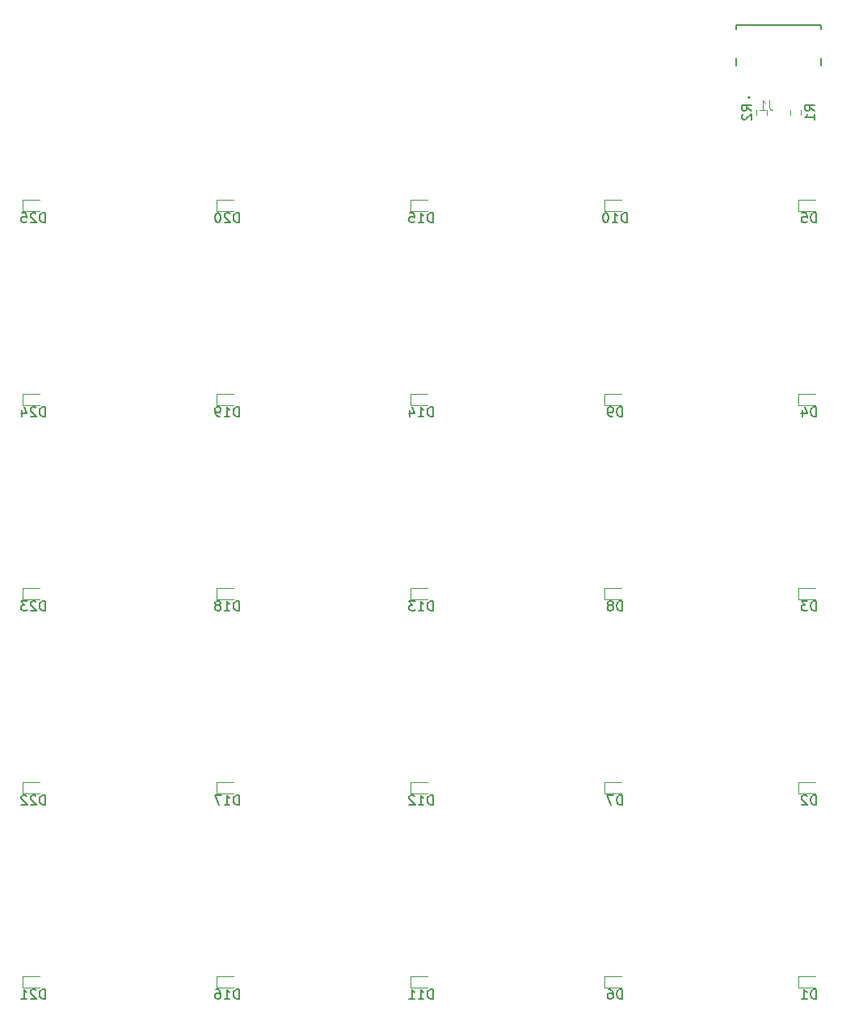
<source format=gbr>
%TF.GenerationSoftware,KiCad,Pcbnew,(5.1.8)-1*%
%TF.CreationDate,2020-12-04T18:20:35-08:00*%
%TF.ProjectId,DeskTopVolKnob_Keypad,4465736b-546f-4705-966f-6c4b6e6f625f,rev?*%
%TF.SameCoordinates,Original*%
%TF.FileFunction,Legend,Bot*%
%TF.FilePolarity,Positive*%
%FSLAX46Y46*%
G04 Gerber Fmt 4.6, Leading zero omitted, Abs format (unit mm)*
G04 Created by KiCad (PCBNEW (5.1.8)-1) date 2020-12-04 18:20:35*
%MOMM*%
%LPD*%
G01*
G04 APERTURE LIST*
%ADD10C,0.127000*%
%ADD11C,0.200000*%
%ADD12C,0.120000*%
%ADD13C,0.015000*%
%ADD14C,0.150000*%
G04 APERTURE END LIST*
D10*
%TO.C,J1*%
X139090000Y-31707000D02*
X139090000Y-30942000D01*
X139090000Y-27882000D02*
X139090000Y-27462000D01*
X139090000Y-27462000D02*
X130150000Y-27462000D01*
X130150000Y-27462000D02*
X130150000Y-27882000D01*
X130150000Y-31707000D02*
X130150000Y-30942000D01*
D11*
X131620000Y-35012000D02*
G75*
G03*
X131620000Y-35012000I-100000J0D01*
G01*
D12*
%TO.C,R2*%
X133364500Y-36813258D02*
X133364500Y-36338742D01*
X132319500Y-36813258D02*
X132319500Y-36338742D01*
%TO.C,R1*%
X136920500Y-36813258D02*
X136920500Y-36338742D01*
X135875500Y-36813258D02*
X135875500Y-36338742D01*
%TO.C,D25*%
X55365000Y-46955000D02*
X55365000Y-45755000D01*
X57215000Y-46955000D02*
X55365000Y-46955000D01*
X57215000Y-45755000D02*
X55365000Y-45755000D01*
%TO.C,D24*%
X55365000Y-67275000D02*
X55365000Y-66075000D01*
X57215000Y-67275000D02*
X55365000Y-67275000D01*
X57215000Y-66075000D02*
X55365000Y-66075000D01*
%TO.C,D23*%
X55365000Y-87595000D02*
X55365000Y-86395000D01*
X57215000Y-87595000D02*
X55365000Y-87595000D01*
X57215000Y-86395000D02*
X55365000Y-86395000D01*
%TO.C,D22*%
X55365000Y-107915000D02*
X55365000Y-106715000D01*
X57215000Y-107915000D02*
X55365000Y-107915000D01*
X57215000Y-106715000D02*
X55365000Y-106715000D01*
%TO.C,D21*%
X55365000Y-128235000D02*
X55365000Y-127035000D01*
X57215000Y-128235000D02*
X55365000Y-128235000D01*
X57215000Y-127035000D02*
X55365000Y-127035000D01*
%TO.C,D20*%
X75685000Y-46955000D02*
X75685000Y-45755000D01*
X77535000Y-46955000D02*
X75685000Y-46955000D01*
X77535000Y-45755000D02*
X75685000Y-45755000D01*
%TO.C,D19*%
X75685000Y-67275000D02*
X75685000Y-66075000D01*
X77535000Y-67275000D02*
X75685000Y-67275000D01*
X77535000Y-66075000D02*
X75685000Y-66075000D01*
%TO.C,D18*%
X75685000Y-87595000D02*
X75685000Y-86395000D01*
X77535000Y-87595000D02*
X75685000Y-87595000D01*
X77535000Y-86395000D02*
X75685000Y-86395000D01*
%TO.C,D17*%
X75685000Y-107915000D02*
X75685000Y-106715000D01*
X77535000Y-107915000D02*
X75685000Y-107915000D01*
X77535000Y-106715000D02*
X75685000Y-106715000D01*
%TO.C,D16*%
X75685000Y-128235000D02*
X75685000Y-127035000D01*
X77535000Y-128235000D02*
X75685000Y-128235000D01*
X77535000Y-127035000D02*
X75685000Y-127035000D01*
%TO.C,D15*%
X96005000Y-46955000D02*
X96005000Y-45755000D01*
X97855000Y-46955000D02*
X96005000Y-46955000D01*
X97855000Y-45755000D02*
X96005000Y-45755000D01*
%TO.C,D14*%
X96005000Y-67275000D02*
X96005000Y-66075000D01*
X97855000Y-67275000D02*
X96005000Y-67275000D01*
X97855000Y-66075000D02*
X96005000Y-66075000D01*
%TO.C,D13*%
X96005000Y-87595000D02*
X96005000Y-86395000D01*
X97855000Y-87595000D02*
X96005000Y-87595000D01*
X97855000Y-86395000D02*
X96005000Y-86395000D01*
%TO.C,D12*%
X96005000Y-107915000D02*
X96005000Y-106715000D01*
X97855000Y-107915000D02*
X96005000Y-107915000D01*
X97855000Y-106715000D02*
X96005000Y-106715000D01*
%TO.C,D11*%
X96005000Y-128235000D02*
X96005000Y-127035000D01*
X97855000Y-128235000D02*
X96005000Y-128235000D01*
X97855000Y-127035000D02*
X96005000Y-127035000D01*
%TO.C,D10*%
X116325000Y-46955000D02*
X116325000Y-45755000D01*
X118175000Y-46955000D02*
X116325000Y-46955000D01*
X118175000Y-45755000D02*
X116325000Y-45755000D01*
%TO.C,D9*%
X116325000Y-67275000D02*
X116325000Y-66075000D01*
X118175000Y-67275000D02*
X116325000Y-67275000D01*
X118175000Y-66075000D02*
X116325000Y-66075000D01*
%TO.C,D8*%
X116325000Y-87595000D02*
X116325000Y-86395000D01*
X118175000Y-87595000D02*
X116325000Y-87595000D01*
X118175000Y-86395000D02*
X116325000Y-86395000D01*
%TO.C,D7*%
X116325000Y-107915000D02*
X116325000Y-106715000D01*
X118175000Y-107915000D02*
X116325000Y-107915000D01*
X118175000Y-106715000D02*
X116325000Y-106715000D01*
%TO.C,D6*%
X116325000Y-128235000D02*
X116325000Y-127035000D01*
X118175000Y-128235000D02*
X116325000Y-128235000D01*
X118175000Y-127035000D02*
X116325000Y-127035000D01*
%TO.C,D5*%
X136645000Y-46955000D02*
X136645000Y-45755000D01*
X138495000Y-46955000D02*
X136645000Y-46955000D01*
X138495000Y-45755000D02*
X136645000Y-45755000D01*
%TO.C,D4*%
X136645000Y-67275000D02*
X136645000Y-66075000D01*
X138495000Y-67275000D02*
X136645000Y-67275000D01*
X138495000Y-66075000D02*
X136645000Y-66075000D01*
%TO.C,D3*%
X136645000Y-87595000D02*
X136645000Y-86395000D01*
X138495000Y-87595000D02*
X136645000Y-87595000D01*
X138495000Y-86395000D02*
X136645000Y-86395000D01*
%TO.C,D2*%
X136645000Y-107915000D02*
X136645000Y-106715000D01*
X138495000Y-107915000D02*
X136645000Y-107915000D01*
X138495000Y-106715000D02*
X136645000Y-106715000D01*
%TO.C,D1*%
X136645000Y-128235000D02*
X136645000Y-127035000D01*
X138495000Y-128235000D02*
X136645000Y-128235000D01*
X138495000Y-127035000D02*
X136645000Y-127035000D01*
%TO.C,J1*%
D13*
X133628333Y-35349380D02*
X133628333Y-36063666D01*
X133675952Y-36206523D01*
X133771190Y-36301761D01*
X133914047Y-36349380D01*
X134009285Y-36349380D01*
X132628333Y-36349380D02*
X133199761Y-36349380D01*
X132914047Y-36349380D02*
X132914047Y-35349380D01*
X133009285Y-35492238D01*
X133104523Y-35587476D01*
X133199761Y-35635095D01*
%TO.C,R2*%
D14*
X131770380Y-36409333D02*
X131294190Y-36076000D01*
X131770380Y-35837904D02*
X130770380Y-35837904D01*
X130770380Y-36218857D01*
X130818000Y-36314095D01*
X130865619Y-36361714D01*
X130960857Y-36409333D01*
X131103714Y-36409333D01*
X131198952Y-36361714D01*
X131246571Y-36314095D01*
X131294190Y-36218857D01*
X131294190Y-35837904D01*
X130865619Y-36790285D02*
X130818000Y-36837904D01*
X130770380Y-36933142D01*
X130770380Y-37171238D01*
X130818000Y-37266476D01*
X130865619Y-37314095D01*
X130960857Y-37361714D01*
X131056095Y-37361714D01*
X131198952Y-37314095D01*
X131770380Y-36742666D01*
X131770380Y-37361714D01*
%TO.C,R1*%
X138374380Y-36409333D02*
X137898190Y-36076000D01*
X138374380Y-35837904D02*
X137374380Y-35837904D01*
X137374380Y-36218857D01*
X137422000Y-36314095D01*
X137469619Y-36361714D01*
X137564857Y-36409333D01*
X137707714Y-36409333D01*
X137802952Y-36361714D01*
X137850571Y-36314095D01*
X137898190Y-36218857D01*
X137898190Y-35837904D01*
X138374380Y-37361714D02*
X138374380Y-36790285D01*
X138374380Y-37076000D02*
X137374380Y-37076000D01*
X137517238Y-36980761D01*
X137612476Y-36885523D01*
X137660095Y-36790285D01*
%TO.C,D25*%
X57729285Y-48107380D02*
X57729285Y-47107380D01*
X57491190Y-47107380D01*
X57348333Y-47155000D01*
X57253095Y-47250238D01*
X57205476Y-47345476D01*
X57157857Y-47535952D01*
X57157857Y-47678809D01*
X57205476Y-47869285D01*
X57253095Y-47964523D01*
X57348333Y-48059761D01*
X57491190Y-48107380D01*
X57729285Y-48107380D01*
X56776904Y-47202619D02*
X56729285Y-47155000D01*
X56634047Y-47107380D01*
X56395952Y-47107380D01*
X56300714Y-47155000D01*
X56253095Y-47202619D01*
X56205476Y-47297857D01*
X56205476Y-47393095D01*
X56253095Y-47535952D01*
X56824523Y-48107380D01*
X56205476Y-48107380D01*
X55300714Y-47107380D02*
X55776904Y-47107380D01*
X55824523Y-47583571D01*
X55776904Y-47535952D01*
X55681666Y-47488333D01*
X55443571Y-47488333D01*
X55348333Y-47535952D01*
X55300714Y-47583571D01*
X55253095Y-47678809D01*
X55253095Y-47916904D01*
X55300714Y-48012142D01*
X55348333Y-48059761D01*
X55443571Y-48107380D01*
X55681666Y-48107380D01*
X55776904Y-48059761D01*
X55824523Y-48012142D01*
%TO.C,D24*%
X57729285Y-68427380D02*
X57729285Y-67427380D01*
X57491190Y-67427380D01*
X57348333Y-67475000D01*
X57253095Y-67570238D01*
X57205476Y-67665476D01*
X57157857Y-67855952D01*
X57157857Y-67998809D01*
X57205476Y-68189285D01*
X57253095Y-68284523D01*
X57348333Y-68379761D01*
X57491190Y-68427380D01*
X57729285Y-68427380D01*
X56776904Y-67522619D02*
X56729285Y-67475000D01*
X56634047Y-67427380D01*
X56395952Y-67427380D01*
X56300714Y-67475000D01*
X56253095Y-67522619D01*
X56205476Y-67617857D01*
X56205476Y-67713095D01*
X56253095Y-67855952D01*
X56824523Y-68427380D01*
X56205476Y-68427380D01*
X55348333Y-67760714D02*
X55348333Y-68427380D01*
X55586428Y-67379761D02*
X55824523Y-68094047D01*
X55205476Y-68094047D01*
%TO.C,D23*%
X57729285Y-88747380D02*
X57729285Y-87747380D01*
X57491190Y-87747380D01*
X57348333Y-87795000D01*
X57253095Y-87890238D01*
X57205476Y-87985476D01*
X57157857Y-88175952D01*
X57157857Y-88318809D01*
X57205476Y-88509285D01*
X57253095Y-88604523D01*
X57348333Y-88699761D01*
X57491190Y-88747380D01*
X57729285Y-88747380D01*
X56776904Y-87842619D02*
X56729285Y-87795000D01*
X56634047Y-87747380D01*
X56395952Y-87747380D01*
X56300714Y-87795000D01*
X56253095Y-87842619D01*
X56205476Y-87937857D01*
X56205476Y-88033095D01*
X56253095Y-88175952D01*
X56824523Y-88747380D01*
X56205476Y-88747380D01*
X55872142Y-87747380D02*
X55253095Y-87747380D01*
X55586428Y-88128333D01*
X55443571Y-88128333D01*
X55348333Y-88175952D01*
X55300714Y-88223571D01*
X55253095Y-88318809D01*
X55253095Y-88556904D01*
X55300714Y-88652142D01*
X55348333Y-88699761D01*
X55443571Y-88747380D01*
X55729285Y-88747380D01*
X55824523Y-88699761D01*
X55872142Y-88652142D01*
%TO.C,D22*%
X57729285Y-109067380D02*
X57729285Y-108067380D01*
X57491190Y-108067380D01*
X57348333Y-108115000D01*
X57253095Y-108210238D01*
X57205476Y-108305476D01*
X57157857Y-108495952D01*
X57157857Y-108638809D01*
X57205476Y-108829285D01*
X57253095Y-108924523D01*
X57348333Y-109019761D01*
X57491190Y-109067380D01*
X57729285Y-109067380D01*
X56776904Y-108162619D02*
X56729285Y-108115000D01*
X56634047Y-108067380D01*
X56395952Y-108067380D01*
X56300714Y-108115000D01*
X56253095Y-108162619D01*
X56205476Y-108257857D01*
X56205476Y-108353095D01*
X56253095Y-108495952D01*
X56824523Y-109067380D01*
X56205476Y-109067380D01*
X55824523Y-108162619D02*
X55776904Y-108115000D01*
X55681666Y-108067380D01*
X55443571Y-108067380D01*
X55348333Y-108115000D01*
X55300714Y-108162619D01*
X55253095Y-108257857D01*
X55253095Y-108353095D01*
X55300714Y-108495952D01*
X55872142Y-109067380D01*
X55253095Y-109067380D01*
%TO.C,D21*%
X57729285Y-129387380D02*
X57729285Y-128387380D01*
X57491190Y-128387380D01*
X57348333Y-128435000D01*
X57253095Y-128530238D01*
X57205476Y-128625476D01*
X57157857Y-128815952D01*
X57157857Y-128958809D01*
X57205476Y-129149285D01*
X57253095Y-129244523D01*
X57348333Y-129339761D01*
X57491190Y-129387380D01*
X57729285Y-129387380D01*
X56776904Y-128482619D02*
X56729285Y-128435000D01*
X56634047Y-128387380D01*
X56395952Y-128387380D01*
X56300714Y-128435000D01*
X56253095Y-128482619D01*
X56205476Y-128577857D01*
X56205476Y-128673095D01*
X56253095Y-128815952D01*
X56824523Y-129387380D01*
X56205476Y-129387380D01*
X55253095Y-129387380D02*
X55824523Y-129387380D01*
X55538809Y-129387380D02*
X55538809Y-128387380D01*
X55634047Y-128530238D01*
X55729285Y-128625476D01*
X55824523Y-128673095D01*
%TO.C,D20*%
X78049285Y-48107380D02*
X78049285Y-47107380D01*
X77811190Y-47107380D01*
X77668333Y-47155000D01*
X77573095Y-47250238D01*
X77525476Y-47345476D01*
X77477857Y-47535952D01*
X77477857Y-47678809D01*
X77525476Y-47869285D01*
X77573095Y-47964523D01*
X77668333Y-48059761D01*
X77811190Y-48107380D01*
X78049285Y-48107380D01*
X77096904Y-47202619D02*
X77049285Y-47155000D01*
X76954047Y-47107380D01*
X76715952Y-47107380D01*
X76620714Y-47155000D01*
X76573095Y-47202619D01*
X76525476Y-47297857D01*
X76525476Y-47393095D01*
X76573095Y-47535952D01*
X77144523Y-48107380D01*
X76525476Y-48107380D01*
X75906428Y-47107380D02*
X75811190Y-47107380D01*
X75715952Y-47155000D01*
X75668333Y-47202619D01*
X75620714Y-47297857D01*
X75573095Y-47488333D01*
X75573095Y-47726428D01*
X75620714Y-47916904D01*
X75668333Y-48012142D01*
X75715952Y-48059761D01*
X75811190Y-48107380D01*
X75906428Y-48107380D01*
X76001666Y-48059761D01*
X76049285Y-48012142D01*
X76096904Y-47916904D01*
X76144523Y-47726428D01*
X76144523Y-47488333D01*
X76096904Y-47297857D01*
X76049285Y-47202619D01*
X76001666Y-47155000D01*
X75906428Y-47107380D01*
%TO.C,D19*%
X78049285Y-68427380D02*
X78049285Y-67427380D01*
X77811190Y-67427380D01*
X77668333Y-67475000D01*
X77573095Y-67570238D01*
X77525476Y-67665476D01*
X77477857Y-67855952D01*
X77477857Y-67998809D01*
X77525476Y-68189285D01*
X77573095Y-68284523D01*
X77668333Y-68379761D01*
X77811190Y-68427380D01*
X78049285Y-68427380D01*
X76525476Y-68427380D02*
X77096904Y-68427380D01*
X76811190Y-68427380D02*
X76811190Y-67427380D01*
X76906428Y-67570238D01*
X77001666Y-67665476D01*
X77096904Y-67713095D01*
X76049285Y-68427380D02*
X75858809Y-68427380D01*
X75763571Y-68379761D01*
X75715952Y-68332142D01*
X75620714Y-68189285D01*
X75573095Y-67998809D01*
X75573095Y-67617857D01*
X75620714Y-67522619D01*
X75668333Y-67475000D01*
X75763571Y-67427380D01*
X75954047Y-67427380D01*
X76049285Y-67475000D01*
X76096904Y-67522619D01*
X76144523Y-67617857D01*
X76144523Y-67855952D01*
X76096904Y-67951190D01*
X76049285Y-67998809D01*
X75954047Y-68046428D01*
X75763571Y-68046428D01*
X75668333Y-67998809D01*
X75620714Y-67951190D01*
X75573095Y-67855952D01*
%TO.C,D18*%
X78049285Y-88747380D02*
X78049285Y-87747380D01*
X77811190Y-87747380D01*
X77668333Y-87795000D01*
X77573095Y-87890238D01*
X77525476Y-87985476D01*
X77477857Y-88175952D01*
X77477857Y-88318809D01*
X77525476Y-88509285D01*
X77573095Y-88604523D01*
X77668333Y-88699761D01*
X77811190Y-88747380D01*
X78049285Y-88747380D01*
X76525476Y-88747380D02*
X77096904Y-88747380D01*
X76811190Y-88747380D02*
X76811190Y-87747380D01*
X76906428Y-87890238D01*
X77001666Y-87985476D01*
X77096904Y-88033095D01*
X75954047Y-88175952D02*
X76049285Y-88128333D01*
X76096904Y-88080714D01*
X76144523Y-87985476D01*
X76144523Y-87937857D01*
X76096904Y-87842619D01*
X76049285Y-87795000D01*
X75954047Y-87747380D01*
X75763571Y-87747380D01*
X75668333Y-87795000D01*
X75620714Y-87842619D01*
X75573095Y-87937857D01*
X75573095Y-87985476D01*
X75620714Y-88080714D01*
X75668333Y-88128333D01*
X75763571Y-88175952D01*
X75954047Y-88175952D01*
X76049285Y-88223571D01*
X76096904Y-88271190D01*
X76144523Y-88366428D01*
X76144523Y-88556904D01*
X76096904Y-88652142D01*
X76049285Y-88699761D01*
X75954047Y-88747380D01*
X75763571Y-88747380D01*
X75668333Y-88699761D01*
X75620714Y-88652142D01*
X75573095Y-88556904D01*
X75573095Y-88366428D01*
X75620714Y-88271190D01*
X75668333Y-88223571D01*
X75763571Y-88175952D01*
%TO.C,D17*%
X78049285Y-109067380D02*
X78049285Y-108067380D01*
X77811190Y-108067380D01*
X77668333Y-108115000D01*
X77573095Y-108210238D01*
X77525476Y-108305476D01*
X77477857Y-108495952D01*
X77477857Y-108638809D01*
X77525476Y-108829285D01*
X77573095Y-108924523D01*
X77668333Y-109019761D01*
X77811190Y-109067380D01*
X78049285Y-109067380D01*
X76525476Y-109067380D02*
X77096904Y-109067380D01*
X76811190Y-109067380D02*
X76811190Y-108067380D01*
X76906428Y-108210238D01*
X77001666Y-108305476D01*
X77096904Y-108353095D01*
X76192142Y-108067380D02*
X75525476Y-108067380D01*
X75954047Y-109067380D01*
%TO.C,D16*%
X78049285Y-129387380D02*
X78049285Y-128387380D01*
X77811190Y-128387380D01*
X77668333Y-128435000D01*
X77573095Y-128530238D01*
X77525476Y-128625476D01*
X77477857Y-128815952D01*
X77477857Y-128958809D01*
X77525476Y-129149285D01*
X77573095Y-129244523D01*
X77668333Y-129339761D01*
X77811190Y-129387380D01*
X78049285Y-129387380D01*
X76525476Y-129387380D02*
X77096904Y-129387380D01*
X76811190Y-129387380D02*
X76811190Y-128387380D01*
X76906428Y-128530238D01*
X77001666Y-128625476D01*
X77096904Y-128673095D01*
X75668333Y-128387380D02*
X75858809Y-128387380D01*
X75954047Y-128435000D01*
X76001666Y-128482619D01*
X76096904Y-128625476D01*
X76144523Y-128815952D01*
X76144523Y-129196904D01*
X76096904Y-129292142D01*
X76049285Y-129339761D01*
X75954047Y-129387380D01*
X75763571Y-129387380D01*
X75668333Y-129339761D01*
X75620714Y-129292142D01*
X75573095Y-129196904D01*
X75573095Y-128958809D01*
X75620714Y-128863571D01*
X75668333Y-128815952D01*
X75763571Y-128768333D01*
X75954047Y-128768333D01*
X76049285Y-128815952D01*
X76096904Y-128863571D01*
X76144523Y-128958809D01*
%TO.C,D15*%
X98369285Y-48107380D02*
X98369285Y-47107380D01*
X98131190Y-47107380D01*
X97988333Y-47155000D01*
X97893095Y-47250238D01*
X97845476Y-47345476D01*
X97797857Y-47535952D01*
X97797857Y-47678809D01*
X97845476Y-47869285D01*
X97893095Y-47964523D01*
X97988333Y-48059761D01*
X98131190Y-48107380D01*
X98369285Y-48107380D01*
X96845476Y-48107380D02*
X97416904Y-48107380D01*
X97131190Y-48107380D02*
X97131190Y-47107380D01*
X97226428Y-47250238D01*
X97321666Y-47345476D01*
X97416904Y-47393095D01*
X95940714Y-47107380D02*
X96416904Y-47107380D01*
X96464523Y-47583571D01*
X96416904Y-47535952D01*
X96321666Y-47488333D01*
X96083571Y-47488333D01*
X95988333Y-47535952D01*
X95940714Y-47583571D01*
X95893095Y-47678809D01*
X95893095Y-47916904D01*
X95940714Y-48012142D01*
X95988333Y-48059761D01*
X96083571Y-48107380D01*
X96321666Y-48107380D01*
X96416904Y-48059761D01*
X96464523Y-48012142D01*
%TO.C,D14*%
X98369285Y-68427380D02*
X98369285Y-67427380D01*
X98131190Y-67427380D01*
X97988333Y-67475000D01*
X97893095Y-67570238D01*
X97845476Y-67665476D01*
X97797857Y-67855952D01*
X97797857Y-67998809D01*
X97845476Y-68189285D01*
X97893095Y-68284523D01*
X97988333Y-68379761D01*
X98131190Y-68427380D01*
X98369285Y-68427380D01*
X96845476Y-68427380D02*
X97416904Y-68427380D01*
X97131190Y-68427380D02*
X97131190Y-67427380D01*
X97226428Y-67570238D01*
X97321666Y-67665476D01*
X97416904Y-67713095D01*
X95988333Y-67760714D02*
X95988333Y-68427380D01*
X96226428Y-67379761D02*
X96464523Y-68094047D01*
X95845476Y-68094047D01*
%TO.C,D13*%
X98369285Y-88747380D02*
X98369285Y-87747380D01*
X98131190Y-87747380D01*
X97988333Y-87795000D01*
X97893095Y-87890238D01*
X97845476Y-87985476D01*
X97797857Y-88175952D01*
X97797857Y-88318809D01*
X97845476Y-88509285D01*
X97893095Y-88604523D01*
X97988333Y-88699761D01*
X98131190Y-88747380D01*
X98369285Y-88747380D01*
X96845476Y-88747380D02*
X97416904Y-88747380D01*
X97131190Y-88747380D02*
X97131190Y-87747380D01*
X97226428Y-87890238D01*
X97321666Y-87985476D01*
X97416904Y-88033095D01*
X96512142Y-87747380D02*
X95893095Y-87747380D01*
X96226428Y-88128333D01*
X96083571Y-88128333D01*
X95988333Y-88175952D01*
X95940714Y-88223571D01*
X95893095Y-88318809D01*
X95893095Y-88556904D01*
X95940714Y-88652142D01*
X95988333Y-88699761D01*
X96083571Y-88747380D01*
X96369285Y-88747380D01*
X96464523Y-88699761D01*
X96512142Y-88652142D01*
%TO.C,D12*%
X98369285Y-109067380D02*
X98369285Y-108067380D01*
X98131190Y-108067380D01*
X97988333Y-108115000D01*
X97893095Y-108210238D01*
X97845476Y-108305476D01*
X97797857Y-108495952D01*
X97797857Y-108638809D01*
X97845476Y-108829285D01*
X97893095Y-108924523D01*
X97988333Y-109019761D01*
X98131190Y-109067380D01*
X98369285Y-109067380D01*
X96845476Y-109067380D02*
X97416904Y-109067380D01*
X97131190Y-109067380D02*
X97131190Y-108067380D01*
X97226428Y-108210238D01*
X97321666Y-108305476D01*
X97416904Y-108353095D01*
X96464523Y-108162619D02*
X96416904Y-108115000D01*
X96321666Y-108067380D01*
X96083571Y-108067380D01*
X95988333Y-108115000D01*
X95940714Y-108162619D01*
X95893095Y-108257857D01*
X95893095Y-108353095D01*
X95940714Y-108495952D01*
X96512142Y-109067380D01*
X95893095Y-109067380D01*
%TO.C,D11*%
X98369285Y-129387380D02*
X98369285Y-128387380D01*
X98131190Y-128387380D01*
X97988333Y-128435000D01*
X97893095Y-128530238D01*
X97845476Y-128625476D01*
X97797857Y-128815952D01*
X97797857Y-128958809D01*
X97845476Y-129149285D01*
X97893095Y-129244523D01*
X97988333Y-129339761D01*
X98131190Y-129387380D01*
X98369285Y-129387380D01*
X96845476Y-129387380D02*
X97416904Y-129387380D01*
X97131190Y-129387380D02*
X97131190Y-128387380D01*
X97226428Y-128530238D01*
X97321666Y-128625476D01*
X97416904Y-128673095D01*
X95893095Y-129387380D02*
X96464523Y-129387380D01*
X96178809Y-129387380D02*
X96178809Y-128387380D01*
X96274047Y-128530238D01*
X96369285Y-128625476D01*
X96464523Y-128673095D01*
%TO.C,D10*%
X118689285Y-48107380D02*
X118689285Y-47107380D01*
X118451190Y-47107380D01*
X118308333Y-47155000D01*
X118213095Y-47250238D01*
X118165476Y-47345476D01*
X118117857Y-47535952D01*
X118117857Y-47678809D01*
X118165476Y-47869285D01*
X118213095Y-47964523D01*
X118308333Y-48059761D01*
X118451190Y-48107380D01*
X118689285Y-48107380D01*
X117165476Y-48107380D02*
X117736904Y-48107380D01*
X117451190Y-48107380D02*
X117451190Y-47107380D01*
X117546428Y-47250238D01*
X117641666Y-47345476D01*
X117736904Y-47393095D01*
X116546428Y-47107380D02*
X116451190Y-47107380D01*
X116355952Y-47155000D01*
X116308333Y-47202619D01*
X116260714Y-47297857D01*
X116213095Y-47488333D01*
X116213095Y-47726428D01*
X116260714Y-47916904D01*
X116308333Y-48012142D01*
X116355952Y-48059761D01*
X116451190Y-48107380D01*
X116546428Y-48107380D01*
X116641666Y-48059761D01*
X116689285Y-48012142D01*
X116736904Y-47916904D01*
X116784523Y-47726428D01*
X116784523Y-47488333D01*
X116736904Y-47297857D01*
X116689285Y-47202619D01*
X116641666Y-47155000D01*
X116546428Y-47107380D01*
%TO.C,D9*%
X118213095Y-68427380D02*
X118213095Y-67427380D01*
X117975000Y-67427380D01*
X117832142Y-67475000D01*
X117736904Y-67570238D01*
X117689285Y-67665476D01*
X117641666Y-67855952D01*
X117641666Y-67998809D01*
X117689285Y-68189285D01*
X117736904Y-68284523D01*
X117832142Y-68379761D01*
X117975000Y-68427380D01*
X118213095Y-68427380D01*
X117165476Y-68427380D02*
X116975000Y-68427380D01*
X116879761Y-68379761D01*
X116832142Y-68332142D01*
X116736904Y-68189285D01*
X116689285Y-67998809D01*
X116689285Y-67617857D01*
X116736904Y-67522619D01*
X116784523Y-67475000D01*
X116879761Y-67427380D01*
X117070238Y-67427380D01*
X117165476Y-67475000D01*
X117213095Y-67522619D01*
X117260714Y-67617857D01*
X117260714Y-67855952D01*
X117213095Y-67951190D01*
X117165476Y-67998809D01*
X117070238Y-68046428D01*
X116879761Y-68046428D01*
X116784523Y-67998809D01*
X116736904Y-67951190D01*
X116689285Y-67855952D01*
%TO.C,D8*%
X118213095Y-88747380D02*
X118213095Y-87747380D01*
X117975000Y-87747380D01*
X117832142Y-87795000D01*
X117736904Y-87890238D01*
X117689285Y-87985476D01*
X117641666Y-88175952D01*
X117641666Y-88318809D01*
X117689285Y-88509285D01*
X117736904Y-88604523D01*
X117832142Y-88699761D01*
X117975000Y-88747380D01*
X118213095Y-88747380D01*
X117070238Y-88175952D02*
X117165476Y-88128333D01*
X117213095Y-88080714D01*
X117260714Y-87985476D01*
X117260714Y-87937857D01*
X117213095Y-87842619D01*
X117165476Y-87795000D01*
X117070238Y-87747380D01*
X116879761Y-87747380D01*
X116784523Y-87795000D01*
X116736904Y-87842619D01*
X116689285Y-87937857D01*
X116689285Y-87985476D01*
X116736904Y-88080714D01*
X116784523Y-88128333D01*
X116879761Y-88175952D01*
X117070238Y-88175952D01*
X117165476Y-88223571D01*
X117213095Y-88271190D01*
X117260714Y-88366428D01*
X117260714Y-88556904D01*
X117213095Y-88652142D01*
X117165476Y-88699761D01*
X117070238Y-88747380D01*
X116879761Y-88747380D01*
X116784523Y-88699761D01*
X116736904Y-88652142D01*
X116689285Y-88556904D01*
X116689285Y-88366428D01*
X116736904Y-88271190D01*
X116784523Y-88223571D01*
X116879761Y-88175952D01*
%TO.C,D7*%
X118213095Y-109067380D02*
X118213095Y-108067380D01*
X117975000Y-108067380D01*
X117832142Y-108115000D01*
X117736904Y-108210238D01*
X117689285Y-108305476D01*
X117641666Y-108495952D01*
X117641666Y-108638809D01*
X117689285Y-108829285D01*
X117736904Y-108924523D01*
X117832142Y-109019761D01*
X117975000Y-109067380D01*
X118213095Y-109067380D01*
X117308333Y-108067380D02*
X116641666Y-108067380D01*
X117070238Y-109067380D01*
%TO.C,D6*%
X118213095Y-129387380D02*
X118213095Y-128387380D01*
X117975000Y-128387380D01*
X117832142Y-128435000D01*
X117736904Y-128530238D01*
X117689285Y-128625476D01*
X117641666Y-128815952D01*
X117641666Y-128958809D01*
X117689285Y-129149285D01*
X117736904Y-129244523D01*
X117832142Y-129339761D01*
X117975000Y-129387380D01*
X118213095Y-129387380D01*
X116784523Y-128387380D02*
X116975000Y-128387380D01*
X117070238Y-128435000D01*
X117117857Y-128482619D01*
X117213095Y-128625476D01*
X117260714Y-128815952D01*
X117260714Y-129196904D01*
X117213095Y-129292142D01*
X117165476Y-129339761D01*
X117070238Y-129387380D01*
X116879761Y-129387380D01*
X116784523Y-129339761D01*
X116736904Y-129292142D01*
X116689285Y-129196904D01*
X116689285Y-128958809D01*
X116736904Y-128863571D01*
X116784523Y-128815952D01*
X116879761Y-128768333D01*
X117070238Y-128768333D01*
X117165476Y-128815952D01*
X117213095Y-128863571D01*
X117260714Y-128958809D01*
%TO.C,D5*%
X138533095Y-48107380D02*
X138533095Y-47107380D01*
X138295000Y-47107380D01*
X138152142Y-47155000D01*
X138056904Y-47250238D01*
X138009285Y-47345476D01*
X137961666Y-47535952D01*
X137961666Y-47678809D01*
X138009285Y-47869285D01*
X138056904Y-47964523D01*
X138152142Y-48059761D01*
X138295000Y-48107380D01*
X138533095Y-48107380D01*
X137056904Y-47107380D02*
X137533095Y-47107380D01*
X137580714Y-47583571D01*
X137533095Y-47535952D01*
X137437857Y-47488333D01*
X137199761Y-47488333D01*
X137104523Y-47535952D01*
X137056904Y-47583571D01*
X137009285Y-47678809D01*
X137009285Y-47916904D01*
X137056904Y-48012142D01*
X137104523Y-48059761D01*
X137199761Y-48107380D01*
X137437857Y-48107380D01*
X137533095Y-48059761D01*
X137580714Y-48012142D01*
%TO.C,D4*%
X138533095Y-68427380D02*
X138533095Y-67427380D01*
X138295000Y-67427380D01*
X138152142Y-67475000D01*
X138056904Y-67570238D01*
X138009285Y-67665476D01*
X137961666Y-67855952D01*
X137961666Y-67998809D01*
X138009285Y-68189285D01*
X138056904Y-68284523D01*
X138152142Y-68379761D01*
X138295000Y-68427380D01*
X138533095Y-68427380D01*
X137104523Y-67760714D02*
X137104523Y-68427380D01*
X137342619Y-67379761D02*
X137580714Y-68094047D01*
X136961666Y-68094047D01*
%TO.C,D3*%
X138533095Y-88747380D02*
X138533095Y-87747380D01*
X138295000Y-87747380D01*
X138152142Y-87795000D01*
X138056904Y-87890238D01*
X138009285Y-87985476D01*
X137961666Y-88175952D01*
X137961666Y-88318809D01*
X138009285Y-88509285D01*
X138056904Y-88604523D01*
X138152142Y-88699761D01*
X138295000Y-88747380D01*
X138533095Y-88747380D01*
X137628333Y-87747380D02*
X137009285Y-87747380D01*
X137342619Y-88128333D01*
X137199761Y-88128333D01*
X137104523Y-88175952D01*
X137056904Y-88223571D01*
X137009285Y-88318809D01*
X137009285Y-88556904D01*
X137056904Y-88652142D01*
X137104523Y-88699761D01*
X137199761Y-88747380D01*
X137485476Y-88747380D01*
X137580714Y-88699761D01*
X137628333Y-88652142D01*
%TO.C,D2*%
X138533095Y-109067380D02*
X138533095Y-108067380D01*
X138295000Y-108067380D01*
X138152142Y-108115000D01*
X138056904Y-108210238D01*
X138009285Y-108305476D01*
X137961666Y-108495952D01*
X137961666Y-108638809D01*
X138009285Y-108829285D01*
X138056904Y-108924523D01*
X138152142Y-109019761D01*
X138295000Y-109067380D01*
X138533095Y-109067380D01*
X137580714Y-108162619D02*
X137533095Y-108115000D01*
X137437857Y-108067380D01*
X137199761Y-108067380D01*
X137104523Y-108115000D01*
X137056904Y-108162619D01*
X137009285Y-108257857D01*
X137009285Y-108353095D01*
X137056904Y-108495952D01*
X137628333Y-109067380D01*
X137009285Y-109067380D01*
%TO.C,D1*%
X138533095Y-129387380D02*
X138533095Y-128387380D01*
X138295000Y-128387380D01*
X138152142Y-128435000D01*
X138056904Y-128530238D01*
X138009285Y-128625476D01*
X137961666Y-128815952D01*
X137961666Y-128958809D01*
X138009285Y-129149285D01*
X138056904Y-129244523D01*
X138152142Y-129339761D01*
X138295000Y-129387380D01*
X138533095Y-129387380D01*
X137009285Y-129387380D02*
X137580714Y-129387380D01*
X137295000Y-129387380D02*
X137295000Y-128387380D01*
X137390238Y-128530238D01*
X137485476Y-128625476D01*
X137580714Y-128673095D01*
%TD*%
M02*

</source>
